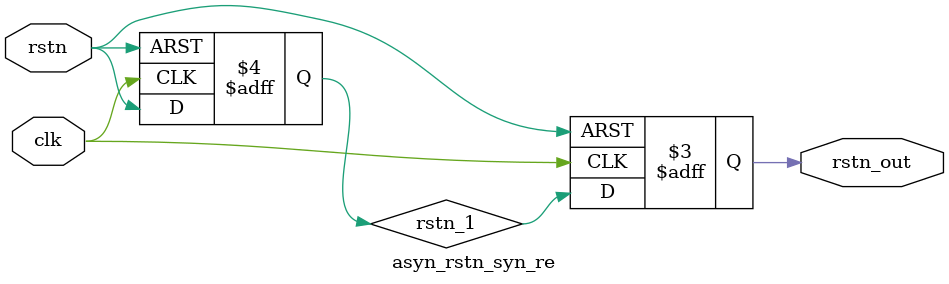
<source format=v>
module asyn_rstn_syn_re(
    input      clk      ,
    input      rstn     ,
    output reg rstn_out
);
 
reg rstn_1;
 
always @(posedge clk or negedge rstn)begin
    if(!rstn)begin
        rstn_1   <= 1'b0;
        rstn_out <= 1'b0;
    end
    else begin
        rstn_1   <= rstn;
        rstn_out <= rstn_1;
    end
end
 
endmodule
</source>
